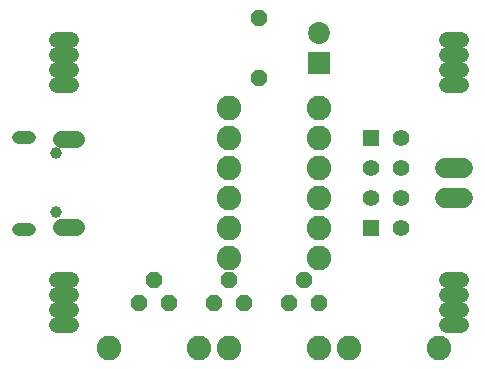
<source format=gbr>
G04 EAGLE Gerber RS-274X export*
G75*
%MOMM*%
%FSLAX34Y34*%
%LPD*%
%INSoldermask Bottom*%
%IPPOS*%
%AMOC8*
5,1,8,0,0,1.08239X$1,22.5*%
G01*
%ADD10R,1.854200X1.854200*%
%ADD11C,1.854200*%
%ADD12P,1.539592X8X112.500000*%
%ADD13C,1.346200*%
%ADD14C,1.478200*%
%ADD15C,1.103200*%
%ADD16C,1.003200*%
%ADD17C,1.727200*%
%ADD18P,1.539592X8X22.500000*%
%ADD19C,2.082800*%
%ADD20R,1.403200X1.403200*%
%ADD21C,1.403200*%


D10*
X266700Y381200D03*
D11*
X266700Y406200D03*
D12*
X215900Y368300D03*
X215900Y419100D03*
D13*
X375285Y184150D02*
X386715Y184150D01*
X386715Y196850D02*
X375285Y196850D01*
X375285Y171450D02*
X386715Y171450D01*
X386715Y158750D02*
X375285Y158750D01*
X375285Y387350D02*
X386715Y387350D01*
X386715Y400050D02*
X375285Y400050D01*
X375285Y374650D02*
X386715Y374650D01*
X386715Y361950D02*
X375285Y361950D01*
X56515Y387350D02*
X45085Y387350D01*
X45085Y400050D02*
X56515Y400050D01*
X56515Y374650D02*
X45085Y374650D01*
X45085Y361950D02*
X56515Y361950D01*
X56515Y184150D02*
X45085Y184150D01*
X45085Y196850D02*
X56515Y196850D01*
X56515Y171450D02*
X45085Y171450D01*
X45085Y158750D02*
X56515Y158750D01*
D14*
X60775Y316650D02*
X48025Y316650D01*
X48025Y242150D02*
X60775Y242150D01*
D15*
X20900Y318150D02*
X11900Y318150D01*
X11900Y240650D02*
X20900Y240650D01*
D16*
X43900Y304400D03*
X43900Y254400D03*
D17*
X373380Y292100D02*
X388620Y292100D01*
X388620Y266700D02*
X373380Y266700D01*
D18*
X114300Y177800D03*
X127000Y196850D03*
X139700Y177800D03*
X203200Y177800D03*
X190500Y196850D03*
X177800Y177800D03*
X266700Y177800D03*
X254000Y196850D03*
X241300Y177800D03*
D19*
X88900Y139700D03*
X165100Y139700D03*
X190500Y317500D03*
X266700Y317500D03*
X266700Y342900D03*
X190500Y342900D03*
X190500Y139700D03*
X266700Y139700D03*
X190500Y266700D03*
X266700Y266700D03*
X266700Y292100D03*
X190500Y292100D03*
X292100Y139700D03*
X368300Y139700D03*
X190500Y215900D03*
X266700Y215900D03*
X266700Y241300D03*
X190500Y241300D03*
D20*
X310375Y241150D03*
X310375Y317350D03*
D21*
X310375Y266550D03*
X310375Y291950D03*
X335775Y291950D03*
X335775Y266550D03*
X335775Y241150D03*
X335775Y317350D03*
M02*

</source>
